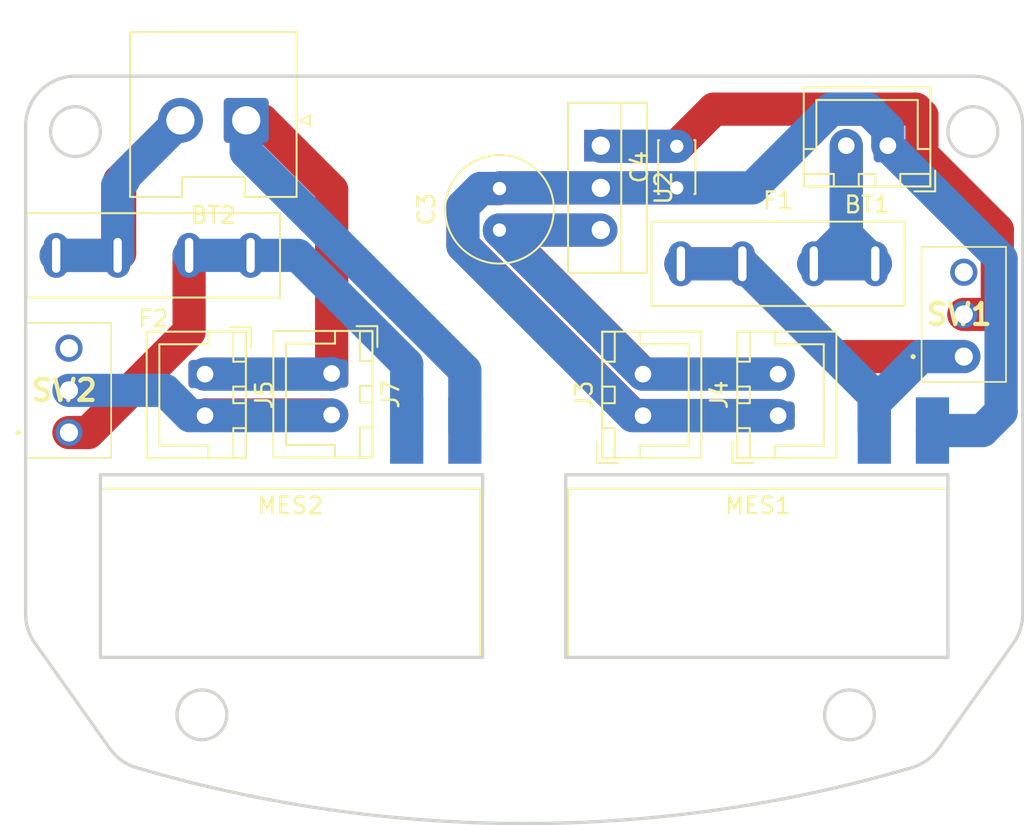
<source format=kicad_pcb>
(kicad_pcb (version 20171130) (host pcbnew "(5.1.10)-1")

  (general
    (thickness 1.6)
    (drawings 24)
    (tracks 98)
    (zones 0)
    (modules 15)
    (nets 10)
  )

  (page A4)
  (layers
    (0 F.Cu signal)
    (31 B.Cu signal)
    (32 B.Adhes user)
    (33 F.Adhes user)
    (34 B.Paste user)
    (35 F.Paste user)
    (36 B.SilkS user)
    (37 F.SilkS user)
    (38 B.Mask user)
    (39 F.Mask user)
    (40 Dwgs.User user)
    (41 Cmts.User user)
    (42 Eco1.User user)
    (43 Eco2.User user)
    (44 Edge.Cuts user)
    (45 Margin user)
    (46 B.CrtYd user)
    (47 F.CrtYd user)
    (48 B.Fab user)
    (49 F.Fab user)
  )

  (setup
    (last_trace_width 2)
    (user_trace_width 0.2)
    (user_trace_width 0.3)
    (user_trace_width 0.45)
    (user_trace_width 0.6)
    (user_trace_width 0.9)
    (user_trace_width 1.2)
    (user_trace_width 2)
    (trace_clearance 0.2)
    (zone_clearance 0.508)
    (zone_45_only no)
    (trace_min 0.2)
    (via_size 0.8)
    (via_drill 0.4)
    (via_min_size 0.4)
    (via_min_drill 0.3)
    (uvia_size 0.3)
    (uvia_drill 0.1)
    (uvias_allowed no)
    (uvia_min_size 0.2)
    (uvia_min_drill 0.1)
    (edge_width 0.05)
    (segment_width 0.2)
    (pcb_text_width 0.3)
    (pcb_text_size 1.5 1.5)
    (mod_edge_width 0.12)
    (mod_text_size 1 1)
    (mod_text_width 0.15)
    (pad_size 1.524 1.524)
    (pad_drill 0.762)
    (pad_to_mask_clearance 0)
    (aux_axis_origin 121.260002 90.320038)
    (grid_origin 145.760002 110.981743)
    (visible_elements 7FFEFFFF)
    (pcbplotparams
      (layerselection 0x010fc_ffffffff)
      (usegerberextensions false)
      (usegerberattributes true)
      (usegerberadvancedattributes true)
      (creategerberjobfile true)
      (excludeedgelayer true)
      (linewidth 0.100000)
      (plotframeref false)
      (viasonmask false)
      (mode 1)
      (useauxorigin false)
      (hpglpennumber 1)
      (hpglpenspeed 20)
      (hpglpendiameter 15.000000)
      (psnegative false)
      (psa4output false)
      (plotreference true)
      (plotvalue true)
      (plotinvisibletext false)
      (padsonsilk false)
      (subtractmaskfromsilk false)
      (outputformat 1)
      (mirror false)
      (drillshape 1)
      (scaleselection 1)
      (outputdirectory ""))
  )

  (net 0 "")
  (net 1 "Net-(BT1-Pad2)")
  (net 2 GND)
  (net 3 "Net-(BT2-Pad2)")
  (net 4 GND1)
  (net 5 +5V)
  (net 6 "Net-(C4-Pad2)")
  (net 7 "Net-(F1-Pad2)")
  (net 8 "Net-(F2-Pad2)")
  (net 9 +12V)

  (net_class Default "これはデフォルトのネット クラスです。"
    (clearance 0.2)
    (trace_width 0.25)
    (via_dia 0.8)
    (via_drill 0.4)
    (uvia_dia 0.3)
    (uvia_drill 0.1)
    (add_net +12V)
    (add_net +5V)
    (add_net GND)
    (add_net GND1)
    (add_net "Net-(BT1-Pad2)")
    (add_net "Net-(BT2-Pad2)")
    (add_net "Net-(C4-Pad2)")
    (add_net "Net-(F1-Pad2)")
    (add_net "Net-(F2-Pad2)")
  )

  (module Connector_JST:JST_VH_B2P-VH-FB-B_1x02_P3.96mm_Vertical (layer F.Cu) (tedit 618CDA41) (tstamp 618BBDA4)
    (at 131.536002 89.645743 180)
    (descr "JST VH series connector, B2P-VH-FB-B, shrouded (http://www.jst-mfg.com/product/pdf/eng/eVH.pdf),  generated with kicad-footprint-generator")
    (tags "connector JST VH side entry")
    (path /60F5A722)
    (fp_text reference BT2 (at 1.98 -5.7 180) (layer F.SilkS)
      (effects (font (size 1 1) (thickness 0.15)))
    )
    (fp_text value Battery (at 1.98 6.4 180) (layer F.Fab)
      (effects (font (size 1 1) (thickness 0.15)))
    )
    (fp_line (start -2.92 5.2) (end -2.92 -4.5) (layer F.Fab) (width 0.1))
    (fp_line (start -2.92 -4.5) (end -0.02 -4.5) (layer F.Fab) (width 0.1))
    (fp_line (start -0.02 -4.5) (end -0.02 -3.3) (layer F.Fab) (width 0.1))
    (fp_line (start -0.02 -3.3) (end 3.98 -3.3) (layer F.Fab) (width 0.1))
    (fp_line (start 3.98 -3.3) (end 3.98 -4.5) (layer F.Fab) (width 0.1))
    (fp_line (start 3.98 -4.5) (end 6.88 -4.5) (layer F.Fab) (width 0.1))
    (fp_line (start 6.88 -4.5) (end 6.88 5.2) (layer F.Fab) (width 0.1))
    (fp_line (start 6.88 5.2) (end -2.92 5.2) (layer F.Fab) (width 0.1))
    (fp_line (start -2 4.3) (end -2 -2.1) (layer F.Fab) (width 0.1))
    (fp_line (start -2 -2.1) (end 5.96 -2.1) (layer F.Fab) (width 0.1))
    (fp_line (start 5.96 -2.1) (end 5.96 4.3) (layer F.Fab) (width 0.1))
    (fp_line (start 5.96 4.3) (end -2 4.3) (layer F.Fab) (width 0.1))
    (fp_line (start -2.92 -1) (end -1.92 0) (layer F.Fab) (width 0.1))
    (fp_line (start -2.92 1) (end -1.92 0) (layer F.Fab) (width 0.1))
    (fp_line (start -3.42 -5) (end -3.42 5.7) (layer F.CrtYd) (width 0.05))
    (fp_line (start -3.42 5.7) (end 7.38 5.7) (layer F.CrtYd) (width 0.05))
    (fp_line (start 7.38 5.7) (end 7.38 -5) (layer F.CrtYd) (width 0.05))
    (fp_line (start 7.38 -5) (end -3.42 -5) (layer F.CrtYd) (width 0.05))
    (fp_line (start -3.03 5.31) (end -3.03 -4.61) (layer F.SilkS) (width 0.12))
    (fp_line (start -3.03 -4.61) (end 0.09 -4.61) (layer F.SilkS) (width 0.12))
    (fp_line (start 0.09 -4.61) (end 0.09 -3.41) (layer F.SilkS) (width 0.12))
    (fp_line (start 0.09 -3.41) (end 3.87 -3.41) (layer F.SilkS) (width 0.12))
    (fp_line (start 3.87 -3.41) (end 3.87 -4.61) (layer F.SilkS) (width 0.12))
    (fp_line (start 3.87 -4.61) (end 6.99 -4.61) (layer F.SilkS) (width 0.12))
    (fp_line (start 6.99 -4.61) (end 6.99 5.31) (layer F.SilkS) (width 0.12))
    (fp_line (start 6.99 5.31) (end -3.03 5.31) (layer F.SilkS) (width 0.12))
    (fp_line (start -3.23 0) (end -3.83 0.3) (layer F.SilkS) (width 0.12))
    (fp_line (start -3.83 0.3) (end -3.83 -0.3) (layer F.SilkS) (width 0.12))
    (fp_line (start -3.83 -0.3) (end -3.23 0) (layer F.SilkS) (width 0.12))
    (fp_text user %R (at 2.54 3.556 180) (layer F.Fab)
      (effects (font (size 1 1) (thickness 0.15)))
    )
    (pad 2 thru_hole circle (at 3.96 0 180) (size 2.7 2.7) (drill 1.7) (layers *.Cu *.Mask)
      (net 3 "Net-(BT2-Pad2)"))
    (pad 1 thru_hole roundrect (at 0 0 180) (size 2.7 2.7) (drill 1.7) (layers *.Cu *.Mask) (roundrect_rratio 0.09259299999999999)
      (net 4 GND1))
    (model ${KISYS3DMOD}/Connector_JST.3dshapes/JST_VH_B2P-VH-FB-B_1x02_P3.96mm_Vertical.wrl
      (at (xyz 0 0 0))
      (scale (xyz 1 1 1))
      (rotate (xyz 0 0 0))
    )
  )

  (module Connector_JST:JST_XH_B2B-XH-A_1x02_P2.50mm_Vertical (layer F.Cu) (tedit 5C28146C) (tstamp 618BD4CD)
    (at 163.540002 107.425743 90)
    (descr "JST XH series connector, B2B-XH-A (http://www.jst-mfg.com/product/pdf/eng/eXH.pdf), generated with kicad-footprint-generator")
    (tags "connector JST XH vertical")
    (path /60EBC51D)
    (fp_text reference J4 (at 1.25 -3.55 90) (layer F.SilkS)
      (effects (font (size 1 1) (thickness 0.15)))
    )
    (fp_text value Conn_01x02 (at 1.25 4.6 90) (layer F.Fab)
      (effects (font (size 1 1) (thickness 0.15)))
    )
    (fp_line (start -2.45 -2.35) (end -2.45 3.4) (layer F.Fab) (width 0.1))
    (fp_line (start -2.45 3.4) (end 4.95 3.4) (layer F.Fab) (width 0.1))
    (fp_line (start 4.95 3.4) (end 4.95 -2.35) (layer F.Fab) (width 0.1))
    (fp_line (start 4.95 -2.35) (end -2.45 -2.35) (layer F.Fab) (width 0.1))
    (fp_line (start -2.56 -2.46) (end -2.56 3.51) (layer F.SilkS) (width 0.12))
    (fp_line (start -2.56 3.51) (end 5.06 3.51) (layer F.SilkS) (width 0.12))
    (fp_line (start 5.06 3.51) (end 5.06 -2.46) (layer F.SilkS) (width 0.12))
    (fp_line (start 5.06 -2.46) (end -2.56 -2.46) (layer F.SilkS) (width 0.12))
    (fp_line (start -2.95 -2.85) (end -2.95 3.9) (layer F.CrtYd) (width 0.05))
    (fp_line (start -2.95 3.9) (end 5.45 3.9) (layer F.CrtYd) (width 0.05))
    (fp_line (start 5.45 3.9) (end 5.45 -2.85) (layer F.CrtYd) (width 0.05))
    (fp_line (start 5.45 -2.85) (end -2.95 -2.85) (layer F.CrtYd) (width 0.05))
    (fp_line (start -0.625 -2.35) (end 0 -1.35) (layer F.Fab) (width 0.1))
    (fp_line (start 0 -1.35) (end 0.625 -2.35) (layer F.Fab) (width 0.1))
    (fp_line (start 0.75 -2.45) (end 0.75 -1.7) (layer F.SilkS) (width 0.12))
    (fp_line (start 0.75 -1.7) (end 1.75 -1.7) (layer F.SilkS) (width 0.12))
    (fp_line (start 1.75 -1.7) (end 1.75 -2.45) (layer F.SilkS) (width 0.12))
    (fp_line (start 1.75 -2.45) (end 0.75 -2.45) (layer F.SilkS) (width 0.12))
    (fp_line (start -2.55 -2.45) (end -2.55 -1.7) (layer F.SilkS) (width 0.12))
    (fp_line (start -2.55 -1.7) (end -0.75 -1.7) (layer F.SilkS) (width 0.12))
    (fp_line (start -0.75 -1.7) (end -0.75 -2.45) (layer F.SilkS) (width 0.12))
    (fp_line (start -0.75 -2.45) (end -2.55 -2.45) (layer F.SilkS) (width 0.12))
    (fp_line (start 3.25 -2.45) (end 3.25 -1.7) (layer F.SilkS) (width 0.12))
    (fp_line (start 3.25 -1.7) (end 5.05 -1.7) (layer F.SilkS) (width 0.12))
    (fp_line (start 5.05 -1.7) (end 5.05 -2.45) (layer F.SilkS) (width 0.12))
    (fp_line (start 5.05 -2.45) (end 3.25 -2.45) (layer F.SilkS) (width 0.12))
    (fp_line (start -2.55 -0.2) (end -1.8 -0.2) (layer F.SilkS) (width 0.12))
    (fp_line (start -1.8 -0.2) (end -1.8 2.75) (layer F.SilkS) (width 0.12))
    (fp_line (start -1.8 2.75) (end 1.25 2.75) (layer F.SilkS) (width 0.12))
    (fp_line (start 5.05 -0.2) (end 4.3 -0.2) (layer F.SilkS) (width 0.12))
    (fp_line (start 4.3 -0.2) (end 4.3 2.75) (layer F.SilkS) (width 0.12))
    (fp_line (start 4.3 2.75) (end 1.25 2.75) (layer F.SilkS) (width 0.12))
    (fp_line (start -1.6 -2.75) (end -2.85 -2.75) (layer F.SilkS) (width 0.12))
    (fp_line (start -2.85 -2.75) (end -2.85 -1.5) (layer F.SilkS) (width 0.12))
    (fp_text user %R (at 1.25 2.7 90) (layer F.Fab)
      (effects (font (size 1 1) (thickness 0.15)))
    )
    (pad 2 thru_hole oval (at 2.5 0 90) (size 1.7 2) (drill 1) (layers *.Cu *.Mask)
      (net 5 +5V))
    (pad 1 thru_hole roundrect (at 0 0 90) (size 1.7 2) (drill 1) (layers *.Cu *.Mask) (roundrect_rratio 0.147059)
      (net 2 GND))
    (model ${KISYS3DMOD}/Connector_JST.3dshapes/JST_XH_B2B-XH-A_1x02_P2.50mm_Vertical.wrl
      (at (xyz 0 0 0))
      (scale (xyz 1 1 1))
      (rotate (xyz 0 0 0))
    )
  )

  (module herakuresu2022:voltage_counter (layer F.Cu) (tedit 618B8F06) (tstamp 618BBEBA)
    (at 162.330001 111.821743)
    (path /60EA8613)
    (fp_text reference MES1 (at 0 1.016) (layer F.SilkS)
      (effects (font (size 1 1) (thickness 0.15)))
    )
    (fp_text value Voltmeter_DC (at 0 11.684) (layer F.Fab)
      (effects (font (size 1 1) (thickness 0.15)))
    )
    (fp_line (start -11.43 0) (end 0 0) (layer F.SilkS) (width 0.12))
    (fp_line (start -11.43 10.16) (end -11.43 0) (layer F.SilkS) (width 0.12))
    (fp_line (start 0 10.16) (end -11.43 10.16) (layer F.SilkS) (width 0.12))
    (fp_line (start 11.43 10.16) (end 0 10.16) (layer F.SilkS) (width 0.12))
    (fp_line (start 11.43 0) (end 11.43 10.16) (layer F.SilkS) (width 0.12))
    (fp_line (start 0 0) (end 11.43 0) (layer F.SilkS) (width 0.12))
    (pad 1 smd rect (at 10.5 -3.5) (size 2 4) (layers B.Cu B.Paste B.Mask)
      (net 2 GND))
    (pad 2 smd rect (at 7 -3.5) (size 2 4) (layers B.Cu B.Paste B.Mask)
      (net 7 "Net-(F1-Pad2)"))
  )

  (module herakuresu2022:voltage_counter (layer F.Cu) (tedit 618B8EF1) (tstamp 618BBEC8)
    (at 134.190002 111.821743)
    (path /60F28097)
    (fp_text reference MES2 (at 0 1.016) (layer F.SilkS)
      (effects (font (size 1 1) (thickness 0.15)))
    )
    (fp_text value Voltmeter_DC (at 0 11.684) (layer F.Fab)
      (effects (font (size 1 1) (thickness 0.15)))
    )
    (fp_line (start -11.43 0) (end 0 0) (layer F.SilkS) (width 0.12))
    (fp_line (start -11.43 10.16) (end -11.43 0) (layer F.SilkS) (width 0.12))
    (fp_line (start 0 10.16) (end -11.43 10.16) (layer F.SilkS) (width 0.12))
    (fp_line (start 11.43 10.16) (end 0 10.16) (layer F.SilkS) (width 0.12))
    (fp_line (start 11.43 0) (end 11.43 10.16) (layer F.SilkS) (width 0.12))
    (fp_line (start 0 0) (end 11.43 0) (layer F.SilkS) (width 0.12))
    (pad 1 smd rect (at 10.5 -3.5) (size 2 4) (layers B.Cu B.Paste B.Mask)
      (net 4 GND1))
    (pad 2 smd rect (at 7 -3.5) (size 2 4) (layers B.Cu B.Paste B.Mask)
      (net 8 "Net-(F2-Pad2)"))
  )

  (module Package_TO_SOT_THT:TO-262-3_Vertical (layer F.Cu) (tedit 5ACA203F) (tstamp 618D0C50)
    (at 152.872002 91.169743 270)
    (descr "TO-262-3, Vertical, RM 2.54mm, IIPAK, I2PAK, see http://www.onsemi.com/pub/Collateral/EN8586-D.PDF")
    (tags "TO-262-3 Vertical RM 2.54mm IIPAK I2PAK")
    (path /60E831AF)
    (fp_text reference U2 (at 2.54 -3.77 90) (layer F.SilkS)
      (effects (font (size 1 1) (thickness 0.15)))
    )
    (fp_text value LF33_TO252 (at 2.54 3.1 90) (layer F.Fab)
      (effects (font (size 1 1) (thickness 0.15)))
    )
    (fp_line (start -2.46 -2.65) (end -2.46 1.85) (layer F.Fab) (width 0.1))
    (fp_line (start -2.46 1.85) (end 7.54 1.85) (layer F.Fab) (width 0.1))
    (fp_line (start 7.54 1.85) (end 7.54 -2.65) (layer F.Fab) (width 0.1))
    (fp_line (start 7.54 -2.65) (end -2.46 -2.65) (layer F.Fab) (width 0.1))
    (fp_line (start -2.46 -1.35) (end 7.54 -1.35) (layer F.Fab) (width 0.1))
    (fp_line (start -2.58 -2.77) (end 7.66 -2.77) (layer F.SilkS) (width 0.12))
    (fp_line (start -2.58 1.971) (end 7.66 1.971) (layer F.SilkS) (width 0.12))
    (fp_line (start -2.58 -2.77) (end -2.58 1.971) (layer F.SilkS) (width 0.12))
    (fp_line (start 7.66 -2.77) (end 7.66 1.971) (layer F.SilkS) (width 0.12))
    (fp_line (start -2.58 -1.23) (end 7.66 -1.23) (layer F.SilkS) (width 0.12))
    (fp_line (start -2.71 -2.9) (end -2.71 2.1) (layer F.CrtYd) (width 0.05))
    (fp_line (start -2.71 2.1) (end 7.79 2.1) (layer F.CrtYd) (width 0.05))
    (fp_line (start 7.79 2.1) (end 7.79 -2.9) (layer F.CrtYd) (width 0.05))
    (fp_line (start 7.79 -2.9) (end -2.71 -2.9) (layer F.CrtYd) (width 0.05))
    (fp_text user %R (at 2.54 -3.77 90) (layer F.Fab)
      (effects (font (size 1 1) (thickness 0.15)))
    )
    (pad 3 thru_hole oval (at 5.08 0 270) (size 1.905 2) (drill 1.1) (layers *.Cu *.Mask)
      (net 5 +5V))
    (pad 2 thru_hole oval (at 2.54 0 270) (size 1.905 2) (drill 1.1) (layers *.Cu *.Mask)
      (net 2 GND))
    (pad 1 thru_hole rect (at 0 0 270) (size 1.905 2) (drill 1.1) (layers *.Cu *.Mask)
      (net 6 "Net-(C4-Pad2)"))
    (model ${KISYS3DMOD}/Package_TO_SOT_THT.3dshapes/TO-262-3_Vertical.wrl
      (at (xyz 0 0 0))
      (scale (xyz 1 1 1))
      (rotate (xyz 0 0 0))
    )
  )

  (module herakuresu2022:2MS1T2B4M2QES (layer F.Cu) (tedit 0) (tstamp 618BBEFC)
    (at 120.868002 108.441743)
    (descr 2MS1T2B4M2QES-1)
    (tags Switch)
    (path /60F2C7FB)
    (fp_text reference SW2 (at -0.28 -2.54) (layer F.SilkS)
      (effects (font (size 1.27 1.27) (thickness 0.254)))
    )
    (fp_text value SW_DIP_x01 (at 0 -1.524) (layer F.SilkS) hide
      (effects (font (size 1.27 1.27) (thickness 0.254)))
    )
    (fp_line (start -2.54 -6.605) (end 2.54 -6.605) (layer F.Fab) (width 0.2))
    (fp_line (start 2.54 -6.605) (end 2.54 1.525) (layer F.Fab) (width 0.2))
    (fp_line (start 2.54 1.525) (end -2.54 1.525) (layer F.Fab) (width 0.2))
    (fp_line (start -2.54 1.525) (end -2.54 -6.605) (layer F.Fab) (width 0.2))
    (fp_line (start -2.54 1.525) (end 2.54 1.525) (layer F.SilkS) (width 0.1))
    (fp_line (start 2.54 1.525) (end 2.54 -6.605) (layer F.SilkS) (width 0.1))
    (fp_line (start 2.54 -6.605) (end -2.54 -6.605) (layer F.SilkS) (width 0.1))
    (fp_line (start -2.54 -6.605) (end -2.54 1.525) (layer F.SilkS) (width 0.1))
    (fp_line (start -4.1 -7.605) (end 3.54 -7.605) (layer F.CrtYd) (width 0.1))
    (fp_line (start 3.54 -7.605) (end 3.54 2.525) (layer F.CrtYd) (width 0.1))
    (fp_line (start 3.54 2.525) (end -4.1 2.525) (layer F.CrtYd) (width 0.1))
    (fp_line (start -4.1 2.525) (end -4.1 -7.605) (layer F.CrtYd) (width 0.1))
    (fp_line (start -3.1 0) (end -3.1 0) (layer F.SilkS) (width 0.2))
    (fp_line (start -3 0) (end -3 0) (layer F.SilkS) (width 0.2))
    (fp_line (start -3.1 0) (end -3.1 0) (layer F.SilkS) (width 0.2))
    (fp_arc (start -3.05 0) (end -3.1 0) (angle -180) (layer F.SilkS) (width 0.2))
    (fp_arc (start -3.05 0) (end -3 0) (angle -180) (layer F.SilkS) (width 0.2))
    (fp_arc (start -3.05 0) (end -3.1 0) (angle -180) (layer F.SilkS) (width 0.2))
    (fp_text user %R (at -0.28 -2.54) (layer F.Fab)
      (effects (font (size 1.27 1.27) (thickness 0.254)))
    )
    (pad 3 thru_hole circle (at 0 -5.08) (size 1.635 1.635) (drill 1.09) (layers *.Cu *.Mask))
    (pad 2 thru_hole circle (at 0 -2.54) (size 1.635 1.635) (drill 1.09) (layers *.Cu *.Mask)
      (net 9 +12V))
    (pad 1 thru_hole circle (at 0 0) (size 1.635 1.635) (drill 1.09) (layers *.Cu *.Mask)
      (net 8 "Net-(F2-Pad2)"))
    (model 2MS1T2B4M2QES.stp
      (at (xyz 0 0 0))
      (scale (xyz 1 1 1))
      (rotate (xyz 0 0 0))
    )
  )

  (module herakuresu2022:2MS1T2B4M2QES (layer F.Cu) (tedit 0) (tstamp 618BBEE2)
    (at 174.716002 103.869743)
    (descr 2MS1T2B4M2QES-1)
    (tags Switch)
    (path /60F28D8E)
    (fp_text reference SW1 (at -0.28 -2.54) (layer F.SilkS)
      (effects (font (size 1.27 1.27) (thickness 0.254)))
    )
    (fp_text value SW_DIP_x01 (at -0.28 -2.54) (layer F.SilkS) hide
      (effects (font (size 1.27 1.27) (thickness 0.254)))
    )
    (fp_line (start -2.54 -6.605) (end 2.54 -6.605) (layer F.Fab) (width 0.2))
    (fp_line (start 2.54 -6.605) (end 2.54 1.525) (layer F.Fab) (width 0.2))
    (fp_line (start 2.54 1.525) (end -2.54 1.525) (layer F.Fab) (width 0.2))
    (fp_line (start -2.54 1.525) (end -2.54 -6.605) (layer F.Fab) (width 0.2))
    (fp_line (start -2.54 1.525) (end 2.54 1.525) (layer F.SilkS) (width 0.1))
    (fp_line (start 2.54 1.525) (end 2.54 -6.605) (layer F.SilkS) (width 0.1))
    (fp_line (start 2.54 -6.605) (end -2.54 -6.605) (layer F.SilkS) (width 0.1))
    (fp_line (start -2.54 -6.605) (end -2.54 1.525) (layer F.SilkS) (width 0.1))
    (fp_line (start -4.1 -7.605) (end 3.54 -7.605) (layer F.CrtYd) (width 0.1))
    (fp_line (start 3.54 -7.605) (end 3.54 2.525) (layer F.CrtYd) (width 0.1))
    (fp_line (start 3.54 2.525) (end -4.1 2.525) (layer F.CrtYd) (width 0.1))
    (fp_line (start -4.1 2.525) (end -4.1 -7.605) (layer F.CrtYd) (width 0.1))
    (fp_line (start -3.1 0) (end -3.1 0) (layer F.SilkS) (width 0.2))
    (fp_line (start -3 0) (end -3 0) (layer F.SilkS) (width 0.2))
    (fp_line (start -3.1 0) (end -3.1 0) (layer F.SilkS) (width 0.2))
    (fp_arc (start -3.05 0) (end -3.1 0) (angle -180) (layer F.SilkS) (width 0.2))
    (fp_arc (start -3.05 0) (end -3 0) (angle -180) (layer F.SilkS) (width 0.2))
    (fp_arc (start -3.05 0) (end -3.1 0) (angle -180) (layer F.SilkS) (width 0.2))
    (fp_text user %R (at -0.28 -2.54) (layer F.Fab)
      (effects (font (size 1.27 1.27) (thickness 0.254)))
    )
    (pad 3 thru_hole circle (at 0 -5.08) (size 1.635 1.635) (drill 1.09) (layers *.Cu *.Mask))
    (pad 2 thru_hole circle (at 0 -2.54) (size 1.635 1.635) (drill 1.09) (layers *.Cu *.Mask)
      (net 6 "Net-(C4-Pad2)"))
    (pad 1 thru_hole circle (at 0 0) (size 1.635 1.635) (drill 1.09) (layers *.Cu *.Mask)
      (net 7 "Net-(F1-Pad2)"))
    (model 2MS1T2B4M2QES.stp
      (at (xyz 0 0 0))
      (scale (xyz 1 1 1))
      (rotate (xyz 0 0 0))
    )
  )

  (module Connector_JST:JST_XH_B2B-XH-A_1x02_P2.50mm_Vertical (layer F.Cu) (tedit 5C28146C) (tstamp 618BBEAC)
    (at 136.676001 104.885743 270)
    (descr "JST XH series connector, B2B-XH-A (http://www.jst-mfg.com/product/pdf/eng/eXH.pdf), generated with kicad-footprint-generator")
    (tags "connector JST XH vertical")
    (path /60F7DB8E)
    (fp_text reference J7 (at 1.25 -3.55 90) (layer F.SilkS)
      (effects (font (size 1 1) (thickness 0.15)))
    )
    (fp_text value Conn_01x02 (at 1.25 4.6 90) (layer F.Fab)
      (effects (font (size 1 1) (thickness 0.15)))
    )
    (fp_line (start -2.45 -2.35) (end -2.45 3.4) (layer F.Fab) (width 0.1))
    (fp_line (start -2.45 3.4) (end 4.95 3.4) (layer F.Fab) (width 0.1))
    (fp_line (start 4.95 3.4) (end 4.95 -2.35) (layer F.Fab) (width 0.1))
    (fp_line (start 4.95 -2.35) (end -2.45 -2.35) (layer F.Fab) (width 0.1))
    (fp_line (start -2.56 -2.46) (end -2.56 3.51) (layer F.SilkS) (width 0.12))
    (fp_line (start -2.56 3.51) (end 5.06 3.51) (layer F.SilkS) (width 0.12))
    (fp_line (start 5.06 3.51) (end 5.06 -2.46) (layer F.SilkS) (width 0.12))
    (fp_line (start 5.06 -2.46) (end -2.56 -2.46) (layer F.SilkS) (width 0.12))
    (fp_line (start -2.95 -2.85) (end -2.95 3.9) (layer F.CrtYd) (width 0.05))
    (fp_line (start -2.95 3.9) (end 5.45 3.9) (layer F.CrtYd) (width 0.05))
    (fp_line (start 5.45 3.9) (end 5.45 -2.85) (layer F.CrtYd) (width 0.05))
    (fp_line (start 5.45 -2.85) (end -2.95 -2.85) (layer F.CrtYd) (width 0.05))
    (fp_line (start -0.625 -2.35) (end 0 -1.35) (layer F.Fab) (width 0.1))
    (fp_line (start 0 -1.35) (end 0.625 -2.35) (layer F.Fab) (width 0.1))
    (fp_line (start 0.75 -2.45) (end 0.75 -1.7) (layer F.SilkS) (width 0.12))
    (fp_line (start 0.75 -1.7) (end 1.75 -1.7) (layer F.SilkS) (width 0.12))
    (fp_line (start 1.75 -1.7) (end 1.75 -2.45) (layer F.SilkS) (width 0.12))
    (fp_line (start 1.75 -2.45) (end 0.75 -2.45) (layer F.SilkS) (width 0.12))
    (fp_line (start -2.55 -2.45) (end -2.55 -1.7) (layer F.SilkS) (width 0.12))
    (fp_line (start -2.55 -1.7) (end -0.75 -1.7) (layer F.SilkS) (width 0.12))
    (fp_line (start -0.75 -1.7) (end -0.75 -2.45) (layer F.SilkS) (width 0.12))
    (fp_line (start -0.75 -2.45) (end -2.55 -2.45) (layer F.SilkS) (width 0.12))
    (fp_line (start 3.25 -2.45) (end 3.25 -1.7) (layer F.SilkS) (width 0.12))
    (fp_line (start 3.25 -1.7) (end 5.05 -1.7) (layer F.SilkS) (width 0.12))
    (fp_line (start 5.05 -1.7) (end 5.05 -2.45) (layer F.SilkS) (width 0.12))
    (fp_line (start 5.05 -2.45) (end 3.25 -2.45) (layer F.SilkS) (width 0.12))
    (fp_line (start -2.55 -0.2) (end -1.8 -0.2) (layer F.SilkS) (width 0.12))
    (fp_line (start -1.8 -0.2) (end -1.8 2.75) (layer F.SilkS) (width 0.12))
    (fp_line (start -1.8 2.75) (end 1.25 2.75) (layer F.SilkS) (width 0.12))
    (fp_line (start 5.05 -0.2) (end 4.3 -0.2) (layer F.SilkS) (width 0.12))
    (fp_line (start 4.3 -0.2) (end 4.3 2.75) (layer F.SilkS) (width 0.12))
    (fp_line (start 4.3 2.75) (end 1.25 2.75) (layer F.SilkS) (width 0.12))
    (fp_line (start -1.6 -2.75) (end -2.85 -2.75) (layer F.SilkS) (width 0.12))
    (fp_line (start -2.85 -2.75) (end -2.85 -1.5) (layer F.SilkS) (width 0.12))
    (fp_text user %R (at 1.25 2.7 90) (layer F.Fab)
      (effects (font (size 1 1) (thickness 0.15)))
    )
    (pad 2 thru_hole oval (at 2.5 0 270) (size 1.7 2) (drill 1) (layers *.Cu *.Mask)
      (net 9 +12V))
    (pad 1 thru_hole roundrect (at 0 0 270) (size 1.7 2) (drill 1) (layers *.Cu *.Mask) (roundrect_rratio 0.147059)
      (net 4 GND1))
    (model ${KISYS3DMOD}/Connector_JST.3dshapes/JST_XH_B2B-XH-A_1x02_P2.50mm_Vertical.wrl
      (at (xyz 0 0 0))
      (scale (xyz 1 1 1))
      (rotate (xyz 0 0 0))
    )
  )

  (module Connector_JST:JST_XH_B2B-XH-A_1x02_P2.50mm_Vertical (layer F.Cu) (tedit 5C28146C) (tstamp 618BBE5A)
    (at 129.056001 104.925743 270)
    (descr "JST XH series connector, B2B-XH-A (http://www.jst-mfg.com/product/pdf/eng/eXH.pdf), generated with kicad-footprint-generator")
    (tags "connector JST XH vertical")
    (path /60F82976)
    (fp_text reference J5 (at 1.25 -3.55 90) (layer F.SilkS)
      (effects (font (size 1 1) (thickness 0.15)))
    )
    (fp_text value Conn_01x02 (at 1.25 4.6 90) (layer F.Fab)
      (effects (font (size 1 1) (thickness 0.15)))
    )
    (fp_line (start -2.45 -2.35) (end -2.45 3.4) (layer F.Fab) (width 0.1))
    (fp_line (start -2.45 3.4) (end 4.95 3.4) (layer F.Fab) (width 0.1))
    (fp_line (start 4.95 3.4) (end 4.95 -2.35) (layer F.Fab) (width 0.1))
    (fp_line (start 4.95 -2.35) (end -2.45 -2.35) (layer F.Fab) (width 0.1))
    (fp_line (start -2.56 -2.46) (end -2.56 3.51) (layer F.SilkS) (width 0.12))
    (fp_line (start -2.56 3.51) (end 5.06 3.51) (layer F.SilkS) (width 0.12))
    (fp_line (start 5.06 3.51) (end 5.06 -2.46) (layer F.SilkS) (width 0.12))
    (fp_line (start 5.06 -2.46) (end -2.56 -2.46) (layer F.SilkS) (width 0.12))
    (fp_line (start -2.95 -2.85) (end -2.95 3.9) (layer F.CrtYd) (width 0.05))
    (fp_line (start -2.95 3.9) (end 5.45 3.9) (layer F.CrtYd) (width 0.05))
    (fp_line (start 5.45 3.9) (end 5.45 -2.85) (layer F.CrtYd) (width 0.05))
    (fp_line (start 5.45 -2.85) (end -2.95 -2.85) (layer F.CrtYd) (width 0.05))
    (fp_line (start -0.625 -2.35) (end 0 -1.35) (layer F.Fab) (width 0.1))
    (fp_line (start 0 -1.35) (end 0.625 -2.35) (layer F.Fab) (width 0.1))
    (fp_line (start 0.75 -2.45) (end 0.75 -1.7) (layer F.SilkS) (width 0.12))
    (fp_line (start 0.75 -1.7) (end 1.75 -1.7) (layer F.SilkS) (width 0.12))
    (fp_line (start 1.75 -1.7) (end 1.75 -2.45) (layer F.SilkS) (width 0.12))
    (fp_line (start 1.75 -2.45) (end 0.75 -2.45) (layer F.SilkS) (width 0.12))
    (fp_line (start -2.55 -2.45) (end -2.55 -1.7) (layer F.SilkS) (width 0.12))
    (fp_line (start -2.55 -1.7) (end -0.75 -1.7) (layer F.SilkS) (width 0.12))
    (fp_line (start -0.75 -1.7) (end -0.75 -2.45) (layer F.SilkS) (width 0.12))
    (fp_line (start -0.75 -2.45) (end -2.55 -2.45) (layer F.SilkS) (width 0.12))
    (fp_line (start 3.25 -2.45) (end 3.25 -1.7) (layer F.SilkS) (width 0.12))
    (fp_line (start 3.25 -1.7) (end 5.05 -1.7) (layer F.SilkS) (width 0.12))
    (fp_line (start 5.05 -1.7) (end 5.05 -2.45) (layer F.SilkS) (width 0.12))
    (fp_line (start 5.05 -2.45) (end 3.25 -2.45) (layer F.SilkS) (width 0.12))
    (fp_line (start -2.55 -0.2) (end -1.8 -0.2) (layer F.SilkS) (width 0.12))
    (fp_line (start -1.8 -0.2) (end -1.8 2.75) (layer F.SilkS) (width 0.12))
    (fp_line (start -1.8 2.75) (end 1.25 2.75) (layer F.SilkS) (width 0.12))
    (fp_line (start 5.05 -0.2) (end 4.3 -0.2) (layer F.SilkS) (width 0.12))
    (fp_line (start 4.3 -0.2) (end 4.3 2.75) (layer F.SilkS) (width 0.12))
    (fp_line (start 4.3 2.75) (end 1.25 2.75) (layer F.SilkS) (width 0.12))
    (fp_line (start -1.6 -2.75) (end -2.85 -2.75) (layer F.SilkS) (width 0.12))
    (fp_line (start -2.85 -2.75) (end -2.85 -1.5) (layer F.SilkS) (width 0.12))
    (fp_text user %R (at 1.25 2.7 90) (layer F.Fab)
      (effects (font (size 1 1) (thickness 0.15)))
    )
    (pad 2 thru_hole oval (at 2.5 0 270) (size 1.7 2) (drill 1) (layers *.Cu *.Mask)
      (net 9 +12V))
    (pad 1 thru_hole roundrect (at 0 0 270) (size 1.7 2) (drill 1) (layers *.Cu *.Mask) (roundrect_rratio 0.147059)
      (net 4 GND1))
    (model ${KISYS3DMOD}/Connector_JST.3dshapes/JST_XH_B2B-XH-A_1x02_P2.50mm_Vertical.wrl
      (at (xyz 0 0 0))
      (scale (xyz 1 1 1))
      (rotate (xyz 0 0 0))
    )
  )

  (module Connector_JST:JST_XH_B2B-XH-A_1x02_P2.50mm_Vertical (layer F.Cu) (tedit 5C28146C) (tstamp 618BBE08)
    (at 155.412002 107.425743 90)
    (descr "JST XH series connector, B2B-XH-A (http://www.jst-mfg.com/product/pdf/eng/eXH.pdf), generated with kicad-footprint-generator")
    (tags "connector JST XH vertical")
    (path /60EC3173)
    (fp_text reference J3 (at 1.25 -3.55 90) (layer F.SilkS)
      (effects (font (size 1 1) (thickness 0.15)))
    )
    (fp_text value Conn_01x02 (at 1.25 4.6 90) (layer F.Fab)
      (effects (font (size 1 1) (thickness 0.15)))
    )
    (fp_line (start -2.45 -2.35) (end -2.45 3.4) (layer F.Fab) (width 0.1))
    (fp_line (start -2.45 3.4) (end 4.95 3.4) (layer F.Fab) (width 0.1))
    (fp_line (start 4.95 3.4) (end 4.95 -2.35) (layer F.Fab) (width 0.1))
    (fp_line (start 4.95 -2.35) (end -2.45 -2.35) (layer F.Fab) (width 0.1))
    (fp_line (start -2.56 -2.46) (end -2.56 3.51) (layer F.SilkS) (width 0.12))
    (fp_line (start -2.56 3.51) (end 5.06 3.51) (layer F.SilkS) (width 0.12))
    (fp_line (start 5.06 3.51) (end 5.06 -2.46) (layer F.SilkS) (width 0.12))
    (fp_line (start 5.06 -2.46) (end -2.56 -2.46) (layer F.SilkS) (width 0.12))
    (fp_line (start -2.95 -2.85) (end -2.95 3.9) (layer F.CrtYd) (width 0.05))
    (fp_line (start -2.95 3.9) (end 5.45 3.9) (layer F.CrtYd) (width 0.05))
    (fp_line (start 5.45 3.9) (end 5.45 -2.85) (layer F.CrtYd) (width 0.05))
    (fp_line (start 5.45 -2.85) (end -2.95 -2.85) (layer F.CrtYd) (width 0.05))
    (fp_line (start -0.625 -2.35) (end 0 -1.35) (layer F.Fab) (width 0.1))
    (fp_line (start 0 -1.35) (end 0.625 -2.35) (layer F.Fab) (width 0.1))
    (fp_line (start 0.75 -2.45) (end 0.75 -1.7) (layer F.SilkS) (width 0.12))
    (fp_line (start 0.75 -1.7) (end 1.75 -1.7) (layer F.SilkS) (width 0.12))
    (fp_line (start 1.75 -1.7) (end 1.75 -2.45) (layer F.SilkS) (width 0.12))
    (fp_line (start 1.75 -2.45) (end 0.75 -2.45) (layer F.SilkS) (width 0.12))
    (fp_line (start -2.55 -2.45) (end -2.55 -1.7) (layer F.SilkS) (width 0.12))
    (fp_line (start -2.55 -1.7) (end -0.75 -1.7) (layer F.SilkS) (width 0.12))
    (fp_line (start -0.75 -1.7) (end -0.75 -2.45) (layer F.SilkS) (width 0.12))
    (fp_line (start -0.75 -2.45) (end -2.55 -2.45) (layer F.SilkS) (width 0.12))
    (fp_line (start 3.25 -2.45) (end 3.25 -1.7) (layer F.SilkS) (width 0.12))
    (fp_line (start 3.25 -1.7) (end 5.05 -1.7) (layer F.SilkS) (width 0.12))
    (fp_line (start 5.05 -1.7) (end 5.05 -2.45) (layer F.SilkS) (width 0.12))
    (fp_line (start 5.05 -2.45) (end 3.25 -2.45) (layer F.SilkS) (width 0.12))
    (fp_line (start -2.55 -0.2) (end -1.8 -0.2) (layer F.SilkS) (width 0.12))
    (fp_line (start -1.8 -0.2) (end -1.8 2.75) (layer F.SilkS) (width 0.12))
    (fp_line (start -1.8 2.75) (end 1.25 2.75) (layer F.SilkS) (width 0.12))
    (fp_line (start 5.05 -0.2) (end 4.3 -0.2) (layer F.SilkS) (width 0.12))
    (fp_line (start 4.3 -0.2) (end 4.3 2.75) (layer F.SilkS) (width 0.12))
    (fp_line (start 4.3 2.75) (end 1.25 2.75) (layer F.SilkS) (width 0.12))
    (fp_line (start -1.6 -2.75) (end -2.85 -2.75) (layer F.SilkS) (width 0.12))
    (fp_line (start -2.85 -2.75) (end -2.85 -1.5) (layer F.SilkS) (width 0.12))
    (fp_text user %R (at 1.25 2.7 90) (layer F.Fab)
      (effects (font (size 1 1) (thickness 0.15)))
    )
    (pad 2 thru_hole oval (at 2.5 0 90) (size 1.7 2) (drill 1) (layers *.Cu *.Mask)
      (net 5 +5V))
    (pad 1 thru_hole roundrect (at 0 0 90) (size 1.7 2) (drill 1) (layers *.Cu *.Mask) (roundrect_rratio 0.147059)
      (net 2 GND))
    (model ${KISYS3DMOD}/Connector_JST.3dshapes/JST_XH_B2B-XH-A_1x02_P2.50mm_Vertical.wrl
      (at (xyz 0 0 0))
      (scale (xyz 1 1 1))
      (rotate (xyz 0 0 0))
    )
  )

  (module herakuresu2022:fuse_socket (layer F.Cu) (tedit 60F132A9) (tstamp 618BBDDF)
    (at 125.948002 95.233743)
    (path /60F2808A)
    (fp_text reference F2 (at 0 6.35) (layer F.SilkS)
      (effects (font (size 1 1) (thickness 0.15)))
    )
    (fp_text value Fuse (at 0 -1.27) (layer F.Fab)
      (effects (font (size 1 1) (thickness 0.15)))
    )
    (fp_line (start 0 0) (end -7.62 0) (layer F.SilkS) (width 0.12))
    (fp_line (start -7.62 0) (end -7.62 5.08) (layer F.SilkS) (width 0.12))
    (fp_line (start -7.62 5.08) (end 0 5.08) (layer F.SilkS) (width 0.12))
    (fp_line (start 0 5.08) (end 7.62 5.08) (layer F.SilkS) (width 0.12))
    (fp_line (start 7.62 5.08) (end 7.62 0) (layer F.SilkS) (width 0.12))
    (fp_line (start 7.62 0) (end 0 0) (layer F.SilkS) (width 0.12))
    (pad 1 thru_hole oval (at -5.85 2.54) (size 1.5 2.7) (drill oval 0.5 2.1) (layers *.Cu *.Mask)
      (net 3 "Net-(BT2-Pad2)"))
    (pad 1 thru_hole oval (at -2.15 2.54) (size 1.5 2.7) (drill oval 0.5 2.1) (layers *.Cu *.Mask)
      (net 3 "Net-(BT2-Pad2)"))
    (pad 2 thru_hole oval (at 2.15 2.54) (size 1.5 2.7) (drill oval 0.5 2.1) (layers *.Cu *.Mask)
      (net 8 "Net-(F2-Pad2)"))
    (pad 2 thru_hole oval (at 5.85 2.54) (size 1.5 2.7) (drill oval 0.5 2.1) (layers *.Cu *.Mask)
      (net 8 "Net-(F2-Pad2)"))
  )

  (module herakuresu2022:fuse_socket (layer F.Cu) (tedit 60F132A9) (tstamp 618BBDD1)
    (at 163.540002 100.821743 180)
    (path /60E8E43A)
    (fp_text reference F1 (at 0 6.35) (layer F.SilkS)
      (effects (font (size 1 1) (thickness 0.15)))
    )
    (fp_text value Fuse (at 0 -1.27) (layer F.Fab)
      (effects (font (size 1 1) (thickness 0.15)))
    )
    (fp_line (start 0 0) (end -7.62 0) (layer F.SilkS) (width 0.12))
    (fp_line (start -7.62 0) (end -7.62 5.08) (layer F.SilkS) (width 0.12))
    (fp_line (start -7.62 5.08) (end 0 5.08) (layer F.SilkS) (width 0.12))
    (fp_line (start 0 5.08) (end 7.62 5.08) (layer F.SilkS) (width 0.12))
    (fp_line (start 7.62 5.08) (end 7.62 0) (layer F.SilkS) (width 0.12))
    (fp_line (start 7.62 0) (end 0 0) (layer F.SilkS) (width 0.12))
    (pad 1 thru_hole oval (at -5.85 2.54 180) (size 1.5 2.7) (drill oval 0.5 2.1) (layers *.Cu *.Mask)
      (net 1 "Net-(BT1-Pad2)"))
    (pad 1 thru_hole oval (at -2.15 2.54 180) (size 1.5 2.7) (drill oval 0.5 2.1) (layers *.Cu *.Mask)
      (net 1 "Net-(BT1-Pad2)"))
    (pad 2 thru_hole oval (at 2.15 2.54 180) (size 1.5 2.7) (drill oval 0.5 2.1) (layers *.Cu *.Mask)
      (net 7 "Net-(F1-Pad2)"))
    (pad 2 thru_hole oval (at 5.85 2.54 180) (size 1.5 2.7) (drill oval 0.5 2.1) (layers *.Cu *.Mask)
      (net 7 "Net-(F1-Pad2)"))
  )

  (module Capacitor_THT:C_Disc_D3.0mm_W2.0mm_P2.50mm (layer F.Cu) (tedit 5AE50EF0) (tstamp 618BBDC3)
    (at 157.444002 93.709743 90)
    (descr "C, Disc series, Radial, pin pitch=2.50mm, , diameter*width=3*2mm^2, Capacitor")
    (tags "C Disc series Radial pin pitch 2.50mm  diameter 3mm width 2mm Capacitor")
    (path /60E87100)
    (fp_text reference C4 (at 1.25 -2.25 90) (layer F.SilkS)
      (effects (font (size 1 1) (thickness 0.15)))
    )
    (fp_text value C (at 1.25 2.25 90) (layer F.Fab)
      (effects (font (size 1 1) (thickness 0.15)))
    )
    (fp_line (start -0.25 -1) (end -0.25 1) (layer F.Fab) (width 0.1))
    (fp_line (start -0.25 1) (end 2.75 1) (layer F.Fab) (width 0.1))
    (fp_line (start 2.75 1) (end 2.75 -1) (layer F.Fab) (width 0.1))
    (fp_line (start 2.75 -1) (end -0.25 -1) (layer F.Fab) (width 0.1))
    (fp_line (start -0.37 -1.12) (end 2.87 -1.12) (layer F.SilkS) (width 0.12))
    (fp_line (start -0.37 1.12) (end 2.87 1.12) (layer F.SilkS) (width 0.12))
    (fp_line (start -0.37 -1.12) (end -0.37 -1.055) (layer F.SilkS) (width 0.12))
    (fp_line (start -0.37 1.055) (end -0.37 1.12) (layer F.SilkS) (width 0.12))
    (fp_line (start 2.87 -1.12) (end 2.87 -1.055) (layer F.SilkS) (width 0.12))
    (fp_line (start 2.87 1.055) (end 2.87 1.12) (layer F.SilkS) (width 0.12))
    (fp_line (start -1.05 -1.25) (end -1.05 1.25) (layer F.CrtYd) (width 0.05))
    (fp_line (start -1.05 1.25) (end 3.55 1.25) (layer F.CrtYd) (width 0.05))
    (fp_line (start 3.55 1.25) (end 3.55 -1.25) (layer F.CrtYd) (width 0.05))
    (fp_line (start 3.55 -1.25) (end -1.05 -1.25) (layer F.CrtYd) (width 0.05))
    (fp_text user %R (at 1.25 0 90) (layer F.Fab)
      (effects (font (size 0.6 0.6) (thickness 0.09)))
    )
    (pad 2 thru_hole circle (at 2.5 0 90) (size 1.6 1.6) (drill 0.8) (layers *.Cu *.Mask)
      (net 6 "Net-(C4-Pad2)"))
    (pad 1 thru_hole circle (at 0 0 90) (size 1.6 1.6) (drill 0.8) (layers *.Cu *.Mask)
      (net 2 GND))
    (model ${KISYS3DMOD}/Capacitor_THT.3dshapes/C_Disc_D3.0mm_W2.0mm_P2.50mm.wrl
      (at (xyz 0 0 0))
      (scale (xyz 1 1 1))
      (rotate (xyz 0 0 0))
    )
  )

  (module Capacitor_THT:C_Radial_D6.3mm_H11.0mm_P2.50mm (layer F.Cu) (tedit 5BC5C9B9) (tstamp 618BBDAE)
    (at 146.776002 96.249743 90)
    (descr "C, Radial series, Radial, pin pitch=2.50mm, diameter=6.3mm, height=11mm, Non-Polar Electrolytic Capacitor")
    (tags "C Radial series Radial pin pitch 2.50mm diameter 6.3mm height 11mm Non-Polar Electrolytic Capacitor")
    (path /60E8A1BD)
    (fp_text reference C3 (at 1.25 -4.4 90) (layer F.SilkS)
      (effects (font (size 1 1) (thickness 0.15)))
    )
    (fp_text value CP (at 1.25 4.4 90) (layer F.Fab)
      (effects (font (size 1 1) (thickness 0.15)))
    )
    (fp_circle (center 1.25 0) (end 4.4 0) (layer F.Fab) (width 0.1))
    (fp_circle (center 1.25 0) (end 4.52 0) (layer F.SilkS) (width 0.12))
    (fp_circle (center 1.25 0) (end 4.65 0) (layer F.CrtYd) (width 0.05))
    (fp_text user %R (at 1.25 0 90) (layer F.Fab)
      (effects (font (size 1 1) (thickness 0.15)))
    )
    (pad 2 thru_hole circle (at 2.5 0 90) (size 1.6 1.6) (drill 0.8) (layers *.Cu *.Mask)
      (net 2 GND))
    (pad 1 thru_hole circle (at 0 0 90) (size 1.6 1.6) (drill 0.8) (layers *.Cu *.Mask)
      (net 5 +5V))
    (model ${KISYS3DMOD}/Capacitor_THT.3dshapes/C_Radial_D6.3mm_H11.0mm_P2.50mm.wrl
      (at (xyz 0 0 0))
      (scale (xyz 1 1 1))
      (rotate (xyz 0 0 0))
    )
  )

  (module Connector_JST:JST_XH_B2B-XH-A_1x02_P2.50mm_Vertical (layer F.Cu) (tedit 5C28146C) (tstamp 618BBD7F)
    (at 170.144002 91.169743 180)
    (descr "JST XH series connector, B2B-XH-A (http://www.jst-mfg.com/product/pdf/eng/eXH.pdf), generated with kicad-footprint-generator")
    (tags "connector JST XH vertical")
    (path /60F574DA)
    (fp_text reference BT1 (at 1.25 -3.55) (layer F.SilkS)
      (effects (font (size 1 1) (thickness 0.15)))
    )
    (fp_text value Battery (at 1.25 4.6) (layer F.Fab)
      (effects (font (size 1 1) (thickness 0.15)))
    )
    (fp_line (start -2.45 -2.35) (end -2.45 3.4) (layer F.Fab) (width 0.1))
    (fp_line (start -2.45 3.4) (end 4.95 3.4) (layer F.Fab) (width 0.1))
    (fp_line (start 4.95 3.4) (end 4.95 -2.35) (layer F.Fab) (width 0.1))
    (fp_line (start 4.95 -2.35) (end -2.45 -2.35) (layer F.Fab) (width 0.1))
    (fp_line (start -2.56 -2.46) (end -2.56 3.51) (layer F.SilkS) (width 0.12))
    (fp_line (start -2.56 3.51) (end 5.06 3.51) (layer F.SilkS) (width 0.12))
    (fp_line (start 5.06 3.51) (end 5.06 -2.46) (layer F.SilkS) (width 0.12))
    (fp_line (start 5.06 -2.46) (end -2.56 -2.46) (layer F.SilkS) (width 0.12))
    (fp_line (start -2.95 -2.85) (end -2.95 3.9) (layer F.CrtYd) (width 0.05))
    (fp_line (start -2.95 3.9) (end 5.45 3.9) (layer F.CrtYd) (width 0.05))
    (fp_line (start 5.45 3.9) (end 5.45 -2.85) (layer F.CrtYd) (width 0.05))
    (fp_line (start 5.45 -2.85) (end -2.95 -2.85) (layer F.CrtYd) (width 0.05))
    (fp_line (start -0.625 -2.35) (end 0 -1.35) (layer F.Fab) (width 0.1))
    (fp_line (start 0 -1.35) (end 0.625 -2.35) (layer F.Fab) (width 0.1))
    (fp_line (start 0.75 -2.45) (end 0.75 -1.7) (layer F.SilkS) (width 0.12))
    (fp_line (start 0.75 -1.7) (end 1.75 -1.7) (layer F.SilkS) (width 0.12))
    (fp_line (start 1.75 -1.7) (end 1.75 -2.45) (layer F.SilkS) (width 0.12))
    (fp_line (start 1.75 -2.45) (end 0.75 -2.45) (layer F.SilkS) (width 0.12))
    (fp_line (start -2.55 -2.45) (end -2.55 -1.7) (layer F.SilkS) (width 0.12))
    (fp_line (start -2.55 -1.7) (end -0.75 -1.7) (layer F.SilkS) (width 0.12))
    (fp_line (start -0.75 -1.7) (end -0.75 -2.45) (layer F.SilkS) (width 0.12))
    (fp_line (start -0.75 -2.45) (end -2.55 -2.45) (layer F.SilkS) (width 0.12))
    (fp_line (start 3.25 -2.45) (end 3.25 -1.7) (layer F.SilkS) (width 0.12))
    (fp_line (start 3.25 -1.7) (end 5.05 -1.7) (layer F.SilkS) (width 0.12))
    (fp_line (start 5.05 -1.7) (end 5.05 -2.45) (layer F.SilkS) (width 0.12))
    (fp_line (start 5.05 -2.45) (end 3.25 -2.45) (layer F.SilkS) (width 0.12))
    (fp_line (start -2.55 -0.2) (end -1.8 -0.2) (layer F.SilkS) (width 0.12))
    (fp_line (start -1.8 -0.2) (end -1.8 2.75) (layer F.SilkS) (width 0.12))
    (fp_line (start -1.8 2.75) (end 1.25 2.75) (layer F.SilkS) (width 0.12))
    (fp_line (start 5.05 -0.2) (end 4.3 -0.2) (layer F.SilkS) (width 0.12))
    (fp_line (start 4.3 -0.2) (end 4.3 2.75) (layer F.SilkS) (width 0.12))
    (fp_line (start 4.3 2.75) (end 1.25 2.75) (layer F.SilkS) (width 0.12))
    (fp_line (start -1.6 -2.75) (end -2.85 -2.75) (layer F.SilkS) (width 0.12))
    (fp_line (start -2.85 -2.75) (end -2.85 -1.5) (layer F.SilkS) (width 0.12))
    (fp_text user %R (at 1.25 2.7) (layer F.Fab)
      (effects (font (size 1 1) (thickness 0.15)))
    )
    (pad 2 thru_hole oval (at 2.5 0 180) (size 1.7 2) (drill 1) (layers *.Cu *.Mask)
      (net 1 "Net-(BT1-Pad2)"))
    (pad 1 thru_hole roundrect (at 0 0 180) (size 1.7 2) (drill 1) (layers *.Cu *.Mask) (roundrect_rratio 0.147059)
      (net 2 GND))
    (model ${KISYS3DMOD}/Connector_JST.3dshapes/JST_XH_B2B-XH-A_1x02_P2.50mm_Vertical.wrl
      (at (xyz 0 0 0))
      (scale (xyz 1 1 1))
      (rotate (xyz 0 0 0))
    )
  )

  (gr_line (start 123.329772 127.475952) (end 118.814016 121.116996) (layer Edge.Cuts) (width 0.2))
  (gr_line (start 122.760002 110.981743) (end 122.760002 121.981743) (layer Edge.Cuts) (width 0.2))
  (gr_arc (start 121.260002 89.984718) (end 121.260002 86.984718) (angle -90) (layer Edge.Cuts) (width 0.2))
  (gr_line (start 150.760001 110.981743) (end 150.760001 121.981743) (layer Edge.Cuts) (width 0.2))
  (gr_arc (start 125.775758 125.738956) (end 123.329772 127.475952) (angle -38.19124813) (layer Edge.Cuts) (width 0.2))
  (gr_circle (center 175.260001 90.320038) (end 173.760001 90.320038) (layer Edge.Cuts) (width 0.2))
  (gr_line (start 150.760001 121.981743) (end 173.760001 121.981743) (layer Edge.Cuts) (width 0.2))
  (gr_circle (center 128.867175 125.439801) (end 127.367175 125.439801) (layer Edge.Cuts) (width 0.2))
  (gr_arc (start 148.260001 49.484719) (end 124.927296 128.616475) (angle -32.85724767) (layer Edge.Cuts) (width 0.2))
  (gr_line (start 178.260001 89.984718) (end 178.260001 119.38) (layer Edge.Cuts) (width 0.2))
  (gr_arc (start 175.260001 89.984718) (end 178.260001 89.984718) (angle -90) (layer Edge.Cuts) (width 0.2))
  (gr_arc (start 121.260002 119.38) (end 118.260002 119.38) (angle -35.38012804) (layer Edge.Cuts) (width 0.2))
  (gr_line (start 145.760002 121.981743) (end 145.760002 110.981743) (layer Edge.Cuts) (width 0.2))
  (gr_line (start 145.760002 110.981743) (end 122.760002 110.981743) (layer Edge.Cuts) (width 0.2))
  (gr_line (start 177.705986 121.116996) (end 173.19023 127.475952) (layer Edge.Cuts) (width 0.2))
  (gr_arc (start 170.744244 125.738956) (end 171.592706 128.616475) (angle -38.19124813) (layer Edge.Cuts) (width 0.2))
  (gr_circle (center 167.835662 125.439801) (end 166.335662 125.439801) (layer Edge.Cuts) (width 0.2))
  (gr_line (start 121.260002 86.984718) (end 175.260001 86.984718) (layer Edge.Cuts) (width 0.2))
  (gr_line (start 118.260002 119.38) (end 118.260002 89.984718) (layer Edge.Cuts) (width 0.2))
  (gr_line (start 122.760002 121.981743) (end 145.760002 121.981743) (layer Edge.Cuts) (width 0.2))
  (gr_line (start 173.760001 110.981743) (end 150.760001 110.981743) (layer Edge.Cuts) (width 0.2))
  (gr_line (start 173.760001 121.981743) (end 173.760001 110.981743) (layer Edge.Cuts) (width 0.2))
  (gr_circle (center 121.260002 90.320038) (end 119.760002 90.320038) (layer Edge.Cuts) (width 0.2))
  (gr_arc (start 175.26 119.38) (end 177.705986 121.116996) (angle -35.38012804) (layer Edge.Cuts) (width 0.2))

  (segment (start 165.690002 98.281743) (end 165.898002 98.281743) (width 2) (layer B.Cu) (net 1))
  (segment (start 165.898002 98.281743) (end 167.644002 96.535743) (width 2) (layer B.Cu) (net 1))
  (segment (start 167.644002 91.169743) (end 167.644002 96.535743) (width 2) (layer B.Cu) (net 1))
  (segment (start 167.644002 96.535743) (end 169.390002 98.281743) (width 2) (layer B.Cu) (net 1))
  (segment (start 167.644002 96.535743) (end 169.390002 98.281743) (width 2) (layer F.Cu) (net 1))
  (segment (start 167.644002 91.169743) (end 167.644002 96.535743) (width 2) (layer F.Cu) (net 1))
  (segment (start 165.898002 98.281743) (end 167.644002 96.535743) (width 2) (layer F.Cu) (net 1))
  (segment (start 165.690002 98.281743) (end 165.898002 98.281743) (width 2) (layer F.Cu) (net 1))
  (segment (start 165.690002 98.281743) (end 169.390002 98.281743) (width 2) (layer B.Cu) (net 1))
  (segment (start 165.690002 98.281743) (end 169.390002 98.281743) (width 2) (layer F.Cu) (net 1))
  (segment (start 175.830001 108.321743) (end 176.959991 107.191753) (width 2) (layer B.Cu) (net 2))
  (segment (start 176.959991 107.191753) (end 176.959991 97.985732) (width 2) (layer B.Cu) (net 2))
  (segment (start 172.830001 108.321743) (end 175.830001 108.321743) (width 2) (layer B.Cu) (net 2))
  (segment (start 170.144002 91.169743) (end 176.959991 97.985732) (width 2) (layer B.Cu) (net 2))
  (segment (start 170.144002 90.169743) (end 170.144002 91.169743) (width 2) (layer B.Cu) (net 2))
  (segment (start 166.732728 88.969735) (end 168.943994 88.969735) (width 2) (layer B.Cu) (net 2))
  (segment (start 168.943994 88.969735) (end 170.144002 90.169743) (width 2) (layer B.Cu) (net 2))
  (segment (start 161.99272 93.709743) (end 166.732728 88.969735) (width 2) (layer B.Cu) (net 2))
  (segment (start 157.444002 93.709743) (end 161.99272 93.709743) (width 2) (layer B.Cu) (net 2))
  (segment (start 146.816002 93.709743) (end 146.776002 93.749743) (width 2) (layer F.Cu) (net 2))
  (segment (start 157.444002 93.709743) (end 146.816002 93.709743) (width 2) (layer F.Cu) (net 2))
  (segment (start 154.840719 107.425743) (end 155.412002 107.425743) (width 2) (layer F.Cu) (net 2))
  (segment (start 144.575992 97.161016) (end 154.840719 107.425743) (width 2) (layer F.Cu) (net 2))
  (segment (start 144.575992 94.818383) (end 144.575992 97.161016) (width 2) (layer F.Cu) (net 2))
  (segment (start 145.644632 93.749743) (end 144.575992 94.818383) (width 2) (layer F.Cu) (net 2))
  (segment (start 146.776002 93.749743) (end 145.644632 93.749743) (width 2) (layer F.Cu) (net 2))
  (segment (start 163.540002 107.425743) (end 155.412002 107.425743) (width 2) (layer B.Cu) (net 2))
  (segment (start 155.412002 107.425743) (end 163.540002 107.425743) (width 2) (layer F.Cu) (net 2))
  (segment (start 146.816002 93.709743) (end 146.776002 93.749743) (width 2) (layer B.Cu) (net 2))
  (segment (start 157.444002 93.709743) (end 146.816002 93.709743) (width 2) (layer B.Cu) (net 2))
  (segment (start 155.412002 107.425743) (end 154.80072 107.425743) (width 2) (layer B.Cu) (net 2))
  (segment (start 145.644632 93.749743) (end 146.776002 93.749743) (width 2) (layer B.Cu) (net 2))
  (segment (start 144.575992 94.818383) (end 145.644632 93.749743) (width 2) (layer B.Cu) (net 2))
  (segment (start 144.575992 97.201016) (end 144.575992 94.818383) (width 2) (layer B.Cu) (net 2))
  (segment (start 154.80072 107.425743) (end 144.575992 97.201016) (width 2) (layer B.Cu) (net 2))
  (segment (start 127.576002 89.645743) (end 123.916002 93.305743) (width 2) (layer F.Cu) (net 3))
  (segment (start 123.916002 97.655743) (end 123.798002 97.773743) (width 2) (layer F.Cu) (net 3))
  (segment (start 123.916002 93.305743) (end 123.916002 97.655743) (width 2) (layer F.Cu) (net 3))
  (segment (start 123.798002 97.773743) (end 120.098002 97.773743) (width 2) (layer F.Cu) (net 3))
  (segment (start 127.576002 89.645743) (end 124.170002 93.051743) (width 2) (layer B.Cu) (net 3))
  (segment (start 124.170002 93.051743) (end 124.170002 93.201743) (width 2) (layer B.Cu) (net 3))
  (segment (start 123.798002 93.573743) (end 123.798002 97.773743) (width 2) (layer B.Cu) (net 3))
  (segment (start 124.170002 93.201743) (end 123.798002 93.573743) (width 2) (layer B.Cu) (net 3))
  (segment (start 123.798002 97.773743) (end 120.098002 97.773743) (width 2) (layer B.Cu) (net 3))
  (segment (start 132.485004 89.645743) (end 131.536002 89.645743) (width 2) (layer F.Cu) (net 4))
  (segment (start 136.676001 93.83674) (end 132.485004 89.645743) (width 2) (layer F.Cu) (net 4))
  (segment (start 136.676001 104.885743) (end 136.676001 93.83674) (width 2) (layer F.Cu) (net 4))
  (segment (start 131.536002 89.645743) (end 131.536002 90.995743) (width 2) (layer B.Cu) (net 4))
  (segment (start 144.690002 104.710461) (end 144.690002 108.321743) (width 2) (layer B.Cu) (net 4))
  (segment (start 131.536002 91.556461) (end 144.690002 104.710461) (width 2) (layer B.Cu) (net 4))
  (segment (start 131.536002 89.645743) (end 131.536002 91.556461) (width 2) (layer B.Cu) (net 4))
  (segment (start 136.636001 104.925743) (end 136.676001 104.885743) (width 2) (layer F.Cu) (net 4))
  (segment (start 129.056001 104.925743) (end 136.636001 104.925743) (width 2) (layer F.Cu) (net 4))
  (segment (start 136.636001 104.925743) (end 136.676001 104.885743) (width 2) (layer B.Cu) (net 4))
  (segment (start 129.056001 104.925743) (end 136.636001 104.925743) (width 2) (layer B.Cu) (net 4))
  (segment (start 155.412002 104.925743) (end 163.540002 104.925743) (width 2) (layer B.Cu) (net 5))
  (segment (start 146.776002 96.249743) (end 146.776002 96.289743) (width 2) (layer B.Cu) (net 5))
  (segment (start 146.776002 96.289743) (end 155.412002 104.925743) (width 2) (layer B.Cu) (net 5))
  (segment (start 155.452002 104.925743) (end 146.776002 96.249743) (width 2) (layer F.Cu) (net 5))
  (segment (start 163.540002 104.925743) (end 155.452002 104.925743) (width 2) (layer F.Cu) (net 5))
  (segment (start 146.776002 96.249743) (end 152.872002 96.249743) (width 2) (layer B.Cu) (net 5))
  (segment (start 146.776002 96.249743) (end 152.872002 96.249743) (width 2) (layer F.Cu) (net 5))
  (segment (start 171.817465 88.969733) (end 159.684012 88.969733) (width 2) (layer F.Cu) (net 6))
  (segment (start 172.194012 91.695753) (end 172.194012 89.34628) (width 2) (layer F.Cu) (net 6))
  (segment (start 176.733503 96.235244) (end 172.194012 91.695753) (width 2) (layer F.Cu) (net 6))
  (segment (start 159.684012 88.969733) (end 157.444002 91.209743) (width 2) (layer F.Cu) (net 6))
  (segment (start 176.733503 100.963242) (end 176.733503 96.235244) (width 2) (layer F.Cu) (net 6))
  (segment (start 176.367002 101.329743) (end 176.733503 100.963242) (width 2) (layer F.Cu) (net 6))
  (segment (start 172.194012 89.34628) (end 171.817465 88.969733) (width 2) (layer F.Cu) (net 6))
  (segment (start 174.716002 101.329743) (end 176.367002 101.329743) (width 2) (layer F.Cu) (net 6))
  (segment (start 152.912002 91.209743) (end 152.872002 91.169743) (width 2) (layer F.Cu) (net 6))
  (segment (start 157.444002 91.209743) (end 152.912002 91.209743) (width 2) (layer F.Cu) (net 6))
  (segment (start 152.912002 91.209743) (end 152.872002 91.169743) (width 2) (layer B.Cu) (net 6))
  (segment (start 157.444002 91.209743) (end 152.912002 91.209743) (width 2) (layer B.Cu) (net 6))
  (segment (start 172.121999 103.869743) (end 174.716002 103.869743) (width 2) (layer B.Cu) (net 7))
  (segment (start 169.330001 106.661741) (end 172.121999 103.869743) (width 2) (layer B.Cu) (net 7))
  (segment (start 169.330001 108.321743) (end 169.330001 106.661741) (width 2) (layer B.Cu) (net 7))
  (segment (start 172.644002 103.869743) (end 174.716002 103.869743) (width 2) (layer B.Cu) (net 7))
  (segment (start 169.330001 106.221742) (end 169.330001 108.321743) (width 2) (layer B.Cu) (net 7))
  (segment (start 161.390002 98.281743) (end 169.330001 106.221742) (width 2) (layer B.Cu) (net 7))
  (segment (start 166.978002 103.869743) (end 174.716002 103.869743) (width 2) (layer F.Cu) (net 7))
  (segment (start 161.390002 98.281743) (end 166.978002 103.869743) (width 2) (layer F.Cu) (net 7))
  (segment (start 157.690002 98.281743) (end 161.390002 98.281743) (width 2) (layer B.Cu) (net 7))
  (segment (start 157.690002 98.281743) (end 161.390002 98.281743) (width 2) (layer F.Cu) (net 7))
  (segment (start 141.190002 104.321743) (end 134.642002 97.773743) (width 2) (layer B.Cu) (net 8))
  (segment (start 134.642002 97.773743) (end 131.798002 97.773743) (width 2) (layer B.Cu) (net 8))
  (segment (start 141.190002 108.321743) (end 141.190002 104.321743) (width 2) (layer B.Cu) (net 8))
  (segment (start 131.798002 97.773743) (end 128.098002 97.773743) (width 2) (layer B.Cu) (net 8))
  (segment (start 122.024121 108.441743) (end 120.868002 108.441743) (width 2) (layer F.Cu) (net 8))
  (segment (start 128.098002 102.367862) (end 122.024121 108.441743) (width 2) (layer F.Cu) (net 8))
  (segment (start 128.098002 97.773743) (end 128.098002 102.367862) (width 2) (layer F.Cu) (net 8))
  (segment (start 128.155375 107.425743) (end 129.056001 107.425743) (width 2) (layer B.Cu) (net 9))
  (segment (start 126.631375 105.901743) (end 128.155375 107.425743) (width 2) (layer B.Cu) (net 9))
  (segment (start 120.868002 105.901743) (end 126.631375 105.901743) (width 2) (layer B.Cu) (net 9))
  (segment (start 129.096001 107.385743) (end 129.056001 107.425743) (width 2) (layer F.Cu) (net 9))
  (segment (start 136.676001 107.385743) (end 129.096001 107.385743) (width 2) (layer F.Cu) (net 9))
  (segment (start 136.636001 107.425743) (end 136.676001 107.385743) (width 2) (layer B.Cu) (net 9))
  (segment (start 129.056001 107.425743) (end 136.636001 107.425743) (width 2) (layer B.Cu) (net 9))

)

</source>
